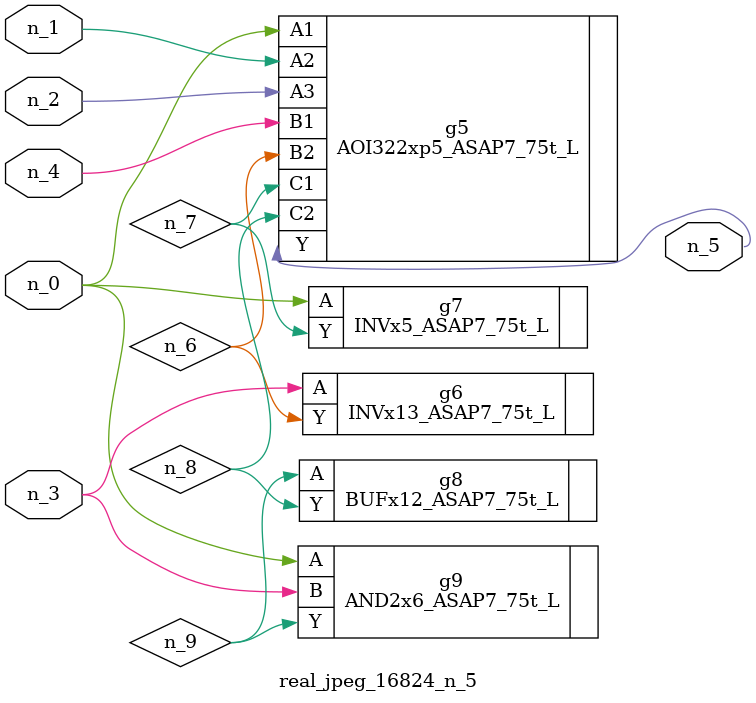
<source format=v>
module real_jpeg_16824_n_5 (n_4, n_0, n_1, n_2, n_3, n_5);

input n_4;
input n_0;
input n_1;
input n_2;
input n_3;

output n_5;

wire n_8;
wire n_6;
wire n_7;
wire n_9;

AOI322xp5_ASAP7_75t_L g5 ( 
.A1(n_0),
.A2(n_1),
.A3(n_2),
.B1(n_4),
.B2(n_6),
.C1(n_7),
.C2(n_8),
.Y(n_5)
);

INVx5_ASAP7_75t_L g7 ( 
.A(n_0),
.Y(n_7)
);

AND2x6_ASAP7_75t_L g9 ( 
.A(n_0),
.B(n_3),
.Y(n_9)
);

INVx13_ASAP7_75t_L g6 ( 
.A(n_3),
.Y(n_6)
);

BUFx12_ASAP7_75t_L g8 ( 
.A(n_9),
.Y(n_8)
);


endmodule
</source>
